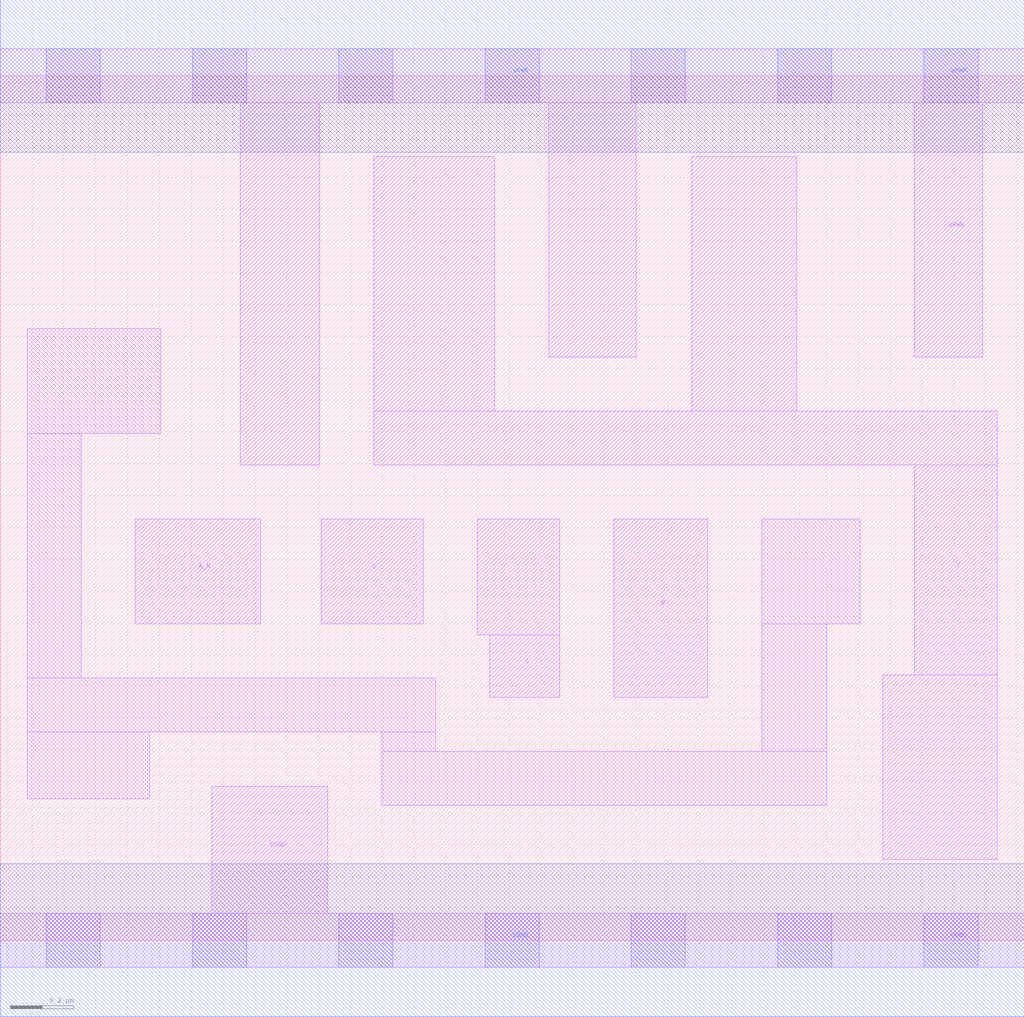
<source format=lef>
# Copyright 2020 The SkyWater PDK Authors
#
# Licensed under the Apache License, Version 2.0 (the "License");
# you may not use this file except in compliance with the License.
# You may obtain a copy of the License at
#
#     https://www.apache.org/licenses/LICENSE-2.0
#
# Unless required by applicable law or agreed to in writing, software
# distributed under the License is distributed on an "AS IS" BASIS,
# WITHOUT WARRANTIES OR CONDITIONS OF ANY KIND, either express or implied.
# See the License for the specific language governing permissions and
# limitations under the License.
#
# SPDX-License-Identifier: Apache-2.0

VERSION 5.7 ;
  NAMESCASESENSITIVE ON ;
  NOWIREEXTENSIONATPIN ON ;
  DIVIDERCHAR "/" ;
  BUSBITCHARS "[]" ;
UNITS
  DATABASE MICRONS 200 ;
END UNITS
PROPERTYDEFINITIONS
  MACRO maskLayoutSubType STRING ;
  MACRO prCellType STRING ;
  MACRO originalViewName STRING ;
END PROPERTYDEFINITIONS
MACRO sky130_fd_sc_hdll__nand4b_1
  CLASS CORE ;
  FOREIGN sky130_fd_sc_hdll__nand4b_1 ;
  ORIGIN  0.000000  0.000000 ;
  SIZE  3.220000 BY  2.720000 ;
  SYMMETRY X Y R90 ;
  SITE unithd ;
  PIN A_N
    ANTENNAGATEAREA  0.138600 ;
    DIRECTION INPUT ;
    USE SIGNAL ;
    PORT
      LAYER li1 ;
        RECT 0.425000 0.995000 0.820000 1.325000 ;
    END
  END A_N
  PIN B
    ANTENNAGATEAREA  0.277500 ;
    DIRECTION INPUT ;
    USE SIGNAL ;
    PORT
      LAYER li1 ;
        RECT 1.930000 0.765000 2.225000 1.325000 ;
    END
  END B
  PIN C
    ANTENNAGATEAREA  0.277500 ;
    DIRECTION INPUT ;
    USE SIGNAL ;
    PORT
      LAYER li1 ;
        RECT 1.500000 0.960000 1.760000 1.325000 ;
        RECT 1.540000 0.765000 1.760000 0.960000 ;
    END
  END C
  PIN D
    ANTENNAGATEAREA  0.277500 ;
    DIRECTION INPUT ;
    USE SIGNAL ;
    PORT
      LAYER li1 ;
        RECT 1.010000 0.995000 1.330000 1.325000 ;
    END
  END D
  PIN Y
    ANTENNADIFFAREA  0.882500 ;
    DIRECTION OUTPUT ;
    USE SIGNAL ;
    PORT
      LAYER li1 ;
        RECT 1.175000 1.495000 3.135000 1.665000 ;
        RECT 1.175000 1.665000 1.555000 2.465000 ;
        RECT 2.175000 1.665000 2.505000 2.465000 ;
        RECT 2.775000 0.255000 3.135000 0.835000 ;
        RECT 2.875000 0.835000 3.135000 1.495000 ;
    END
  END Y
  PIN VGND
    DIRECTION INOUT ;
    USE GROUND ;
    PORT
      LAYER li1 ;
        RECT 0.000000 -0.085000 3.220000 0.085000 ;
        RECT 0.665000  0.085000 1.030000 0.485000 ;
      LAYER mcon ;
        RECT 0.145000 -0.085000 0.315000 0.085000 ;
        RECT 0.605000 -0.085000 0.775000 0.085000 ;
        RECT 1.065000 -0.085000 1.235000 0.085000 ;
        RECT 1.525000 -0.085000 1.695000 0.085000 ;
        RECT 1.985000 -0.085000 2.155000 0.085000 ;
        RECT 2.445000 -0.085000 2.615000 0.085000 ;
        RECT 2.905000 -0.085000 3.075000 0.085000 ;
      LAYER met1 ;
        RECT 0.000000 -0.240000 3.220000 0.240000 ;
    END
  END VGND
  PIN VPWR
    DIRECTION INOUT ;
    USE POWER ;
    PORT
      LAYER li1 ;
        RECT 0.000000 2.635000 3.220000 2.805000 ;
        RECT 0.755000 1.495000 1.005000 2.635000 ;
        RECT 1.725000 1.835000 2.000000 2.635000 ;
        RECT 2.875000 1.835000 3.090000 2.635000 ;
      LAYER mcon ;
        RECT 0.145000 2.635000 0.315000 2.805000 ;
        RECT 0.605000 2.635000 0.775000 2.805000 ;
        RECT 1.065000 2.635000 1.235000 2.805000 ;
        RECT 1.525000 2.635000 1.695000 2.805000 ;
        RECT 1.985000 2.635000 2.155000 2.805000 ;
        RECT 2.445000 2.635000 2.615000 2.805000 ;
        RECT 2.905000 2.635000 3.075000 2.805000 ;
      LAYER met1 ;
        RECT 0.000000 2.480000 3.220000 2.960000 ;
    END
  END VPWR
  OBS
    LAYER li1 ;
      RECT 0.085000 0.445000 0.470000 0.655000 ;
      RECT 0.085000 0.655000 1.370000 0.825000 ;
      RECT 0.085000 0.825000 0.255000 1.595000 ;
      RECT 0.085000 1.595000 0.505000 1.925000 ;
      RECT 1.200000 0.425000 2.600000 0.595000 ;
      RECT 1.200000 0.595000 1.370000 0.655000 ;
      RECT 2.395000 0.595000 2.600000 0.995000 ;
      RECT 2.395000 0.995000 2.705000 1.325000 ;
  END
  PROPERTY maskLayoutSubType "abstract" ;
  PROPERTY prCellType "standard" ;
  PROPERTY originalViewName "layout" ;
END sky130_fd_sc_hdll__nand4b_1

</source>
